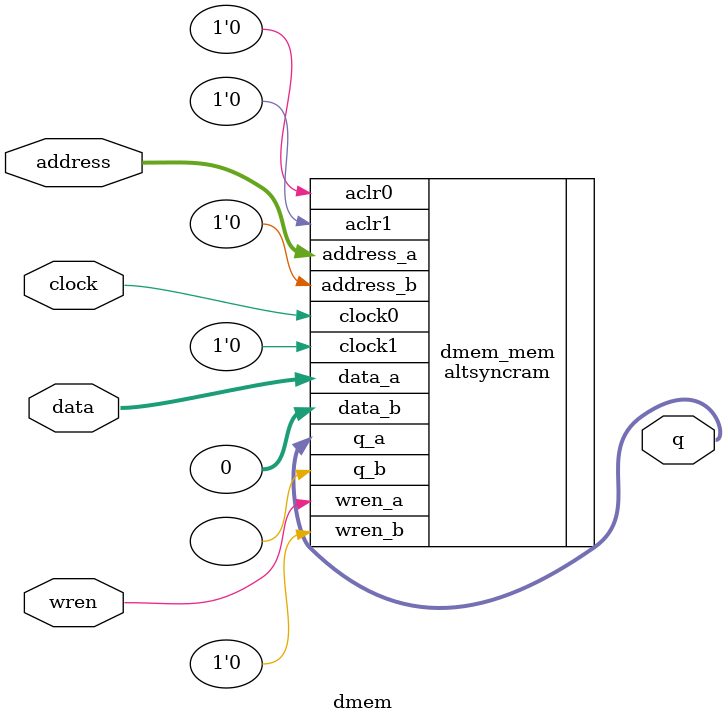
<source format=v>
module dmem (
    input [11:0] address,
    input clock,
    input [31:0] data,
    input wren,
    output [31:0] q
);
    altsyncram #(
        .operation_mode("SINGLE_PORT"),
        .width_a(32),
        .widthad_a(12),
        .numwords_a(4096),
        .outdata_reg_a("UNREGISTERED"),
        .init_file("dmem.mif")
    ) dmem_mem (
        .clock0(clock),
        .address_a(address),
        .data_a(data),
        .wren_a(wren),
        .q_a(q),
        .aclr0(1'b0),
        .aclr1(1'b0),
        .clock1(1'b0),
        .address_b(1'b0),
        .data_b(32'b0),
        .wren_b(1'b0),
        .q_b()
    );
endmodule
</source>
